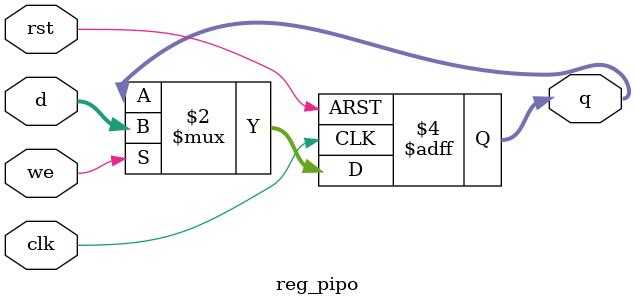
<source format=sv>
module reg_pipo #(
    parameter int WIDTH = 16)(   // ancho de 16 bits
    input  logic                 clk,   
    input  logic                 rst,  
    input  logic                 we,    // Write enable habilitación de nuevo valor
    input  logic [WIDTH-1:0]     d,     // dato de entrada
    output logic [WIDTH-1:0]     q);      // dato almacenado en salida

    always_ff @(posedge clk or posedge rst) begin //proceso secuencial del reloj
        if (rst)//registro a cero 
            q <= '0;
        else if (we)//carga nuevo valor a registro 
            q <= d;
    end
endmodule
</source>
